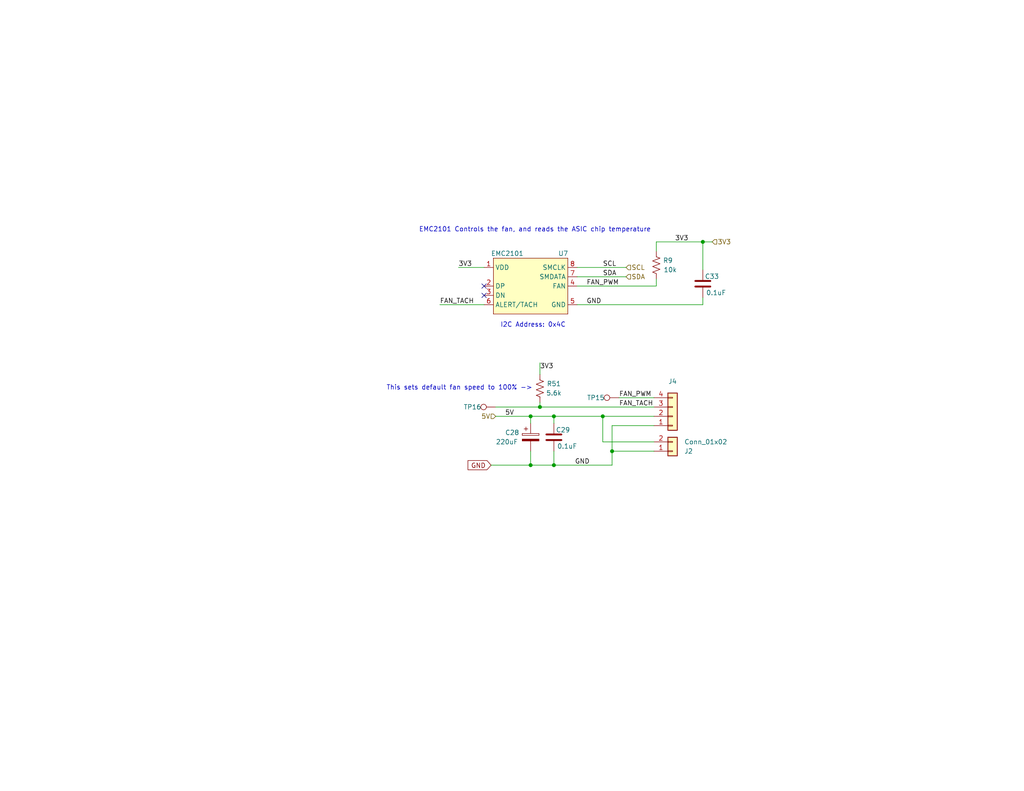
<source format=kicad_sch>
(kicad_sch (version 20230121) (generator eeschema)
  (paper "A")
  (title_block (title "BM1366 bitaxe") (date "2023-10-25") (rev "203"))
  (lib_symbols
    (symbol "Connector:TestPoint" (pin_numbers hide) (pin_names (offset 0.762) hide)
      (property "Reference" "TP" (at 0 6.858 0))
      (property "Value" "TestPoint" (at 0 5.08 0))
      (symbol "TestPoint_0_1"
        (circle (center 0 3.302) (radius 0.762))
      )
      (symbol "TestPoint_1_1"
        (pin passive line (at 0 0 90) (length 2.54) (name "1") (number "1"))
      )
    )
    (symbol "Connector_Generic:Conn_01x02" (pin_names (offset 1.016) hide)
      (property "Reference" "J" (at 0 2.54 0))
      (property "Value" "Conn_01x02" (at 0 -5.08 0))
      (symbol "Conn_01x02_1_1"
        (rectangle (start -1.27 -2.413) (end 0 -2.667) (stroke (width 0.1524)))
        (rectangle (start -1.27 0.127) (end 0 -0.127) (stroke (width 0.1524)))
        (rectangle (start -1.27 1.27) (end 1.27 -3.81) (stroke (width 0.254)) (fill (type background)))
        (pin passive line (at -5.08 0 0) (length 3.81) (name "Pin_1") (number "1"))
        (pin passive line (at -5.08 -2.54 0) (length 3.81) (name "Pin_2") (number "2"))
      )
    )
    (symbol "Connector_Generic:Conn_01x04" (pin_names (offset 1.016) hide)
      (property "Reference" "J" (at 0 5.08 0))
      (property "Value" "Conn_01x04" (at 0 -7.62 0))
      (symbol "Conn_01x04_1_1"
        (rectangle (start -1.27 -4.953) (end 0 -5.207) (stroke (width 0.1524)))
        (rectangle (start -1.27 -2.413) (end 0 -2.667) (stroke (width 0.1524)))
        (rectangle (start -1.27 0.127) (end 0 -0.127) (stroke (width 0.1524)))
        (rectangle (start -1.27 2.667) (end 0 2.413) (stroke (width 0.1524)))
        (rectangle (start -1.27 3.81) (end 1.27 -6.35) (stroke (width 0.254)) (fill (type background)))
        (pin passive line (at -5.08 2.54 0) (length 3.81) (name "Pin_1") (number "1"))
        (pin passive line (at -5.08 0 0) (length 3.81) (name "Pin_2") (number "2"))
        (pin passive line (at -5.08 -2.54 0) (length 3.81) (name "Pin_3") (number "3"))
        (pin passive line (at -5.08 -5.08 0) (length 3.81) (name "Pin_4") (number "4"))
      )
    )
    (symbol "Device:C" (pin_numbers hide) (pin_names (offset 0.254))
      (property "Reference" "C" (at 0.635 2.54 0))
      (property "Value" "C" (at 0.635 -2.54 0))
      (symbol "C_0_1"
        (polyline (pts (xy -2.032 -0.762) (xy 2.032 -0.762)) (stroke (width 0.508)))
        (polyline (pts (xy -2.032 0.762) (xy 2.032 0.762)) (stroke (width 0.508)))
      )
      (symbol "C_1_1"
        (pin passive line (at 0 3.81 270) (length 2.794) (name "~") (number "1"))
        (pin passive line (at 0 -3.81 90) (length 2.794) (name "~") (number "2"))
      )
    )
    (symbol "Device:C_Polarized" (pin_numbers hide) (pin_names (offset 0.254))
      (property "Reference" "C" (at 0.635 2.54 0))
      (property "Value" "C_Polarized" (at 0.635 -2.54 0))
      (symbol "C_Polarized_0_1"
        (rectangle (start -2.286 0.508) (end 2.286 1.016))
        (polyline (pts (xy -1.778 2.286) (xy -0.762 2.286)))
        (polyline (pts (xy -1.27 2.794) (xy -1.27 1.778)))
        (rectangle (start 2.286 -0.508) (end -2.286 -1.016) (fill (type outline)))
      )
      (symbol "C_Polarized_1_1"
        (pin passive line (at 0 3.81 270) (length 2.794) (name "~") (number "1"))
        (pin passive line (at 0 -3.81 90) (length 2.794) (name "~") (number "2"))
      )
    )
    (symbol "Device:R_US" (pin_numbers hide) (pin_names (offset 0))
      (property "Reference" "R" (at 2.54 0 90))
      (property "Value" "R_US" (at -2.54 0 90))
      (symbol "R_US_0_1"
        (polyline (pts (xy 0 -2.286) (xy 0 -2.54)))
        (polyline (pts (xy 0 2.286) (xy 0 2.54)))
        (polyline (pts (xy 0 -0.762) (xy 1.016 -1.143) (xy 0 -1.524) (xy -1.016 -1.905) (xy 0 -2.286)))
        (polyline (pts (xy 0 0.762) (xy 1.016 0.381) (xy 0 0) (xy -1.016 -0.381) (xy 0 -0.762)))
        (polyline (pts (xy 0 2.286) (xy 1.016 1.905) (xy 0 1.524) (xy -1.016 1.143) (xy 0 0.762)))
      )
      (symbol "R_US_1_1"
        (pin passive line (at 0 3.81 270) (length 1.27) (name "~") (number "1"))
        (pin passive line (at 0 -3.81 90) (length 1.27) (name "~") (number "2"))
      )
    )
    (symbol "bitaxe:EMC2101"
      (property "Reference" "U7" (at 8.89 8.89 0))
      (property "Value" "EMC2101" (at -6.35 8.89 0))
      (symbol "EMC2101_0_1"
        (rectangle (start -10.16 7.62) (end 10.16 -7.62) (stroke (width 0.1524)) (fill (type background)))
      )
      (symbol "EMC2101_1_1"
        (pin power_in line (at -12.7 5.08 0) (length 2.54) (name "VDD") (number "1"))
        (pin input line (at -12.7 0 0) (length 2.54) (name "DP") (number "2"))
        (pin input line (at -12.7 -2.54 0) (length 2.54) (name "DN") (number "3"))
        (pin output line (at 12.7 0 180) (length 2.54) (name "FAN") (number "4"))
        (pin power_in line (at 12.7 -5.08 180) (length 2.54) (name "GND") (number "5"))
        (pin input line (at -12.7 -5.08 0) (length 2.54) (name "ALERT/TACH") (number "6"))
        (pin input line (at 12.7 2.54 180) (length 2.54) (name "SMDATA") (number "7"))
        (pin input line (at 12.7 5.08 180) (length 2.54) (name "SMCLK") (number "8"))
      )
    )
  )
  (junction (at 191.77 66.04))
  (junction (at 164.465 113.665))
  (junction (at 151.13 113.665))
  (junction (at 167.005 123.19))
  (junction (at 147.32 111.125))
  (junction (at 144.78 113.665))
  (junction (at 144.78 127))
  (junction (at 151.13 127))
  (no_connect (at 132.08 78.105))
  (no_connect (at 132.08 80.645))
  (wire (pts (xy 157.48 73.025) (xy 170.815 73.025)))
  (wire (pts (xy 144.78 123.19) (xy 144.78 127)))
  (wire (pts (xy 135.255 111.125) (xy 147.32 111.125)))
  (wire (pts (xy 144.78 127) (xy 151.13 127)))
  (wire (pts (xy 179.07 66.04) (xy 191.77 66.04)))
  (wire (pts (xy 194.31 66.04) (xy 191.77 66.04)))
  (wire (pts (xy 120.015 83.185) (xy 132.08 83.185)))
  (wire (pts (xy 147.32 111.125) (xy 178.435 111.125)))
  (wire (pts (xy 157.48 75.565) (xy 170.815 75.565)))
  (wire (pts (xy 144.78 113.665) (xy 151.13 113.665)))
  (wire (pts (xy 164.465 120.65) (xy 178.435 120.65)))
  (wire (pts (xy 167.005 116.205) (xy 167.005 123.19)))
  (wire (pts (xy 125.095 73.025) (xy 132.08 73.025)))
  (wire (pts (xy 167.005 123.19) (xy 167.005 127)))
  (wire (pts (xy 167.005 123.19) (xy 178.435 123.19)))
  (wire (pts (xy 191.77 81.28) (xy 191.77 83.185)))
  (wire (pts (xy 191.77 66.04) (xy 191.77 73.66)))
  (wire (pts (xy 179.07 66.04) (xy 179.07 68.58)))
  (wire (pts (xy 164.465 113.665) (xy 178.435 113.665)))
  (wire (pts (xy 151.13 113.665) (xy 151.13 115.57)))
  (wire (pts (xy 179.07 78.105) (xy 179.07 76.2)))
  (wire (pts (xy 167.005 116.205) (xy 178.435 116.205)))
  (wire (pts (xy 168.91 108.585) (xy 178.435 108.585)))
  (wire (pts (xy 151.13 113.665) (xy 164.465 113.665)))
  (wire (pts (xy 157.48 83.185) (xy 191.77 83.185)))
  (wire (pts (xy 147.32 109.855) (xy 147.32 111.125)))
  (wire (pts (xy 157.48 78.105) (xy 179.07 78.105)))
  (wire (pts (xy 135.255 113.665) (xy 144.78 113.665)))
  (wire (pts (xy 133.985 127) (xy 144.78 127)))
  (wire (pts (xy 164.465 120.65) (xy 164.465 113.665)))
  (wire (pts (xy 144.78 113.665) (xy 144.78 115.57)))
  (wire (pts (xy 151.13 127) (xy 167.005 127)))
  (wire (pts (xy 147.32 99.06) (xy 147.32 102.235)))
  (wire (pts (xy 151.13 123.19) (xy 151.13 127)))
  (text "EMC2101 Controls the fan, and reads the ASIC chip temperature" (at 114.3 63.5 0) (effects (font (size 1.27 1.27)) (justify left bottom)))
  (text "This sets default fan speed to 100% ->" (at 105.41 106.68 0) (effects (font (size 1.27 1.27)) (justify left bottom)))
  (text "I2C Address: 0x4C" (at 136.525 89.535 0) (effects (font (size 1.27 1.27)) (justify left bottom)))
  (label "FAN_PWM" (at 160.02 78.105 0))
  (label "GND" (at 160.02 83.185 0))
  (label "SCL" (at 164.465 73.025 0))
  (label "3V3" (at 147.32 100.965 0))
  (label "FAN_TACH" (at 120.015 83.185 0))
  (label "GND" (at 156.845 127 0))
  (label "FAN_PWM" (at 168.91 108.585 0))
  (label "3V3" (at 184.15 66.04 0))
  (label "3V3" (at 125.095 73.025 0))
  (label "5V" (at 137.795 113.665 0))
  (label "SDA" (at 164.465 75.565 0))
  (label "FAN_TACH" (at 168.91 111.125 0))
  (global_label "GND" (shape input) (at 133.985 127 180) (property "Intersheetrefs" "${INTERSHEET_REFS}" (effects hide)))
  (hierarchical_label "5V" (shape input) (at 135.255 113.665 180))
  (hierarchical_label "SCL" (shape input) (at 170.815 73.025 0))
  (hierarchical_label "SDA" (shape input) (at 170.815 75.565 0))
  (hierarchical_label "3V3" (shape input) (at 194.31 66.04 0))
  (symbol (lib_id "Connector:TestPoint") (at 168.91 108.585 90) (mirror x) (unit 1) (in_bom no)
    (property "Reference" "TP15" (at 162.56 108.585 90))
    (property "Value" "TestPoint" (effects hide))
    (property "Footprint" "TestPoint:TestPoint_Pad_D1.5mm" (effects hide))
  )
  (symbol (lib_id "Device:R_US") (at 147.32 106.045 180) (unit 1)
    (property "Reference" "R51" (at 151.13 104.775 0))
    (property "Value" "5.6k" (at 151.13 107.315 0))
    (property "Footprint" "Resistor_SMD:R_0402_1005Metric" (effects hide))
    (property "DK" "13-RC0402FR-135K6LCT-ND" (effects hide))
    (property "PARTNO" "RC0402FR-135K6L" (effects hide))
  )
  (symbol (lib_id "Device:C") (at 191.77 77.47 0) (mirror y) (unit 1)
    (property "Reference" "C33" (at 196.215 76.2 0) (effects (justify left bottom)))
    (property "Value" "0.1uF" (at 198.12 80.645 0) (effects (justify left bottom)))
    (property "Footprint" "Capacitor_SMD:C_0402_1005Metric" (effects hide))
    (property "DK" "1292-1639-1-ND" (effects hide))
    (property "PARTNO" "0402X104K100CT" (effects hide))
  )
  (symbol (lib_id "Device:C") (at 151.13 119.38 0) (mirror y) (unit 1)
    (property "Reference" "C29" (at 155.575 118.11 0) (effects (justify left bottom)))
    (property "Value" "0.1uF" (at 157.48 122.555 0) (effects (justify left bottom)))
    (property "Footprint" "Capacitor_SMD:C_0402_1005Metric" (effects hide))
    (property "DK" "1292-1639-1-ND" (effects hide))
    (property "PARTNO" "0402X104K100CT" (effects hide))
  )
  (symbol (lib_id "Connector_Generic:Conn_01x04") (at 183.515 113.665 0) (mirror x) (unit 1)
    (property "Reference" "J4" (at 183.515 104.14 0))
    (property "Value" "Conn_01x04" (effects hide))
    (property "Footprint" "bitaxe:470531000" (effects hide))
    (property "PARTNO" "0470531000" (effects hide))
    (property "DK" "WM4330-ND" (effects hide))
  )
  (symbol (lib_id "Connector:TestPoint") (at 135.255 111.125 90) (mirror x) (unit 1) (in_bom no)
    (property "Reference" "TP16" (at 128.905 111.125 90))
    (property "Value" "TestPoint" (effects hide))
    (property "Footprint" "TestPoint:TestPoint_Pad_D1.5mm" (effects hide))
  )
  (symbol (lib_id "Device:C_Polarized") (at 144.78 119.38 0) (unit 1)
    (property "Reference" "C28" (at 137.795 118.11 0) (effects (justify left)))
    (property "Value" "220uF" (at 135.255 120.65 0) (effects (justify left)))
    (property "Footprint" "Capacitor_SMD:CP_Elec_6.3x7.7" (effects hide))
    (property "DK" "732-8422-1-ND" (effects hide))
    (property "PARTNO" "865080345012" (effects hide))
  )
  (symbol (lib_id "Device:R_US") (at 179.07 72.39 180) (unit 1)
    (property "Reference" "R9" (at 182.245 71.12 0))
    (property "Value" "10k" (at 182.88 73.66 0))
    (property "Footprint" "Resistor_SMD:R_0402_1005Metric" (effects hide))
    (property "DK" "311-10KJRCT-ND" (effects hide))
    (property "PARTNO" "RC0402JR-0710KL" (effects hide))
  )
  (symbol (lib_id "bitaxe:EMC2101") (at 144.78 78.105 0) (unit 1)
    (property "Reference" "U7" (at 153.67 69.215 0))
    (property "Value" "EMC2101" (at 138.43 69.215 0))
    (property "Footprint" "Package_SO:TSSOP-8_3x3mm_P0.65mm" (effects hide))
    (property "Datasheet" "https://ww1.microchip.com/downloads/en/DeviceDoc/2101.pdf" (effects hide))
    (property "DK" "EMC2101-R-ACZL-CT-ND" (effects hide))
    (property "PARTNO" "EMC2101-R-ACZL-TR" (effects hide))
  )
  (symbol (lib_id "Connector_Generic:Conn_01x02") (at 183.515 123.19 0) (mirror x) (unit 1)
    (property "Reference" "J2" (at 186.69 123.19 0) (effects (justify left)))
    (property "Value" "Conn_01x02" (at 186.69 120.65 0) (effects (justify left)))
    (property "Footprint" "bitaxe:JST_XH_B2B-XH-A_1x02_P2.50mm_Vertical" (effects hide))
    (property "DK" "455-B2B-XH-A-ND" (effects hide))
    (property "PARTNO" "B2B-XH-A" (effects hide))
  )
)
</source>
